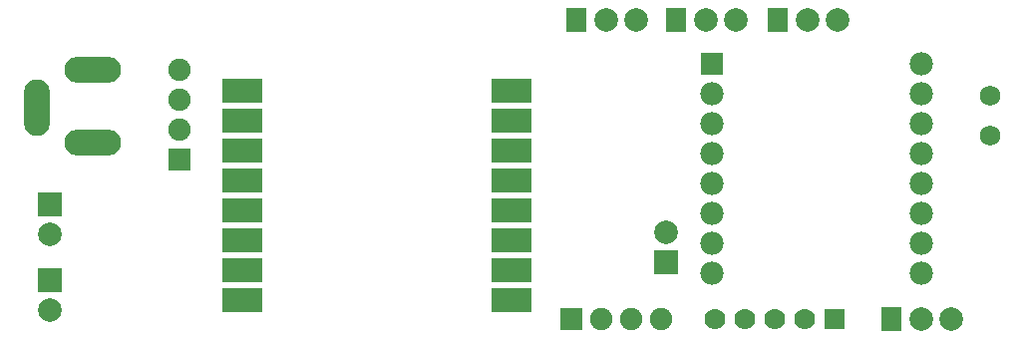
<source format=gbs>
G04*
G04 #@! TF.GenerationSoftware,Altium Limited,Altium Designer,21.7.2 (23)*
G04*
G04 Layer_Color=16711935*
%FSLAX25Y25*%
%MOIN*%
G70*
G04*
G04 #@! TF.SameCoordinates,6DFCDF27-08A9-4E5E-AB17-D276871F0FC1*
G04*
G04*
G04 #@! TF.FilePolarity,Negative*
G04*
G01*
G75*
%ADD18C,0.07887*%
%ADD19R,0.07887X0.07887*%
%ADD20R,0.07800X0.07800*%
%ADD21C,0.07800*%
%ADD22R,0.13760X0.08000*%
%ADD23R,0.07000X0.07887*%
%ADD24C,0.06800*%
%ADD25C,0.07000*%
%ADD26R,0.07000X0.07000*%
%ADD27C,0.07493*%
%ADD28R,0.07493X0.07493*%
%ADD29R,0.07493X0.07493*%
%ADD30O,0.18910X0.08674*%
%ADD31O,0.08674X0.18910*%
D18*
X239000Y51000D02*
D03*
X33000Y25000D02*
D03*
Y50500D02*
D03*
X219000Y122000D02*
D03*
X229000D02*
D03*
X252500D02*
D03*
X262500D02*
D03*
X286500D02*
D03*
X296500D02*
D03*
X324500Y22000D02*
D03*
X334500D02*
D03*
D19*
X239000Y41000D02*
D03*
X33000Y35000D02*
D03*
Y60500D02*
D03*
D20*
X254500Y107500D02*
D03*
D21*
Y97500D02*
D03*
Y87500D02*
D03*
Y77500D02*
D03*
Y67500D02*
D03*
Y57500D02*
D03*
Y47500D02*
D03*
Y37500D02*
D03*
X324500Y107500D02*
D03*
Y97500D02*
D03*
Y87500D02*
D03*
Y77500D02*
D03*
Y67500D02*
D03*
Y57500D02*
D03*
Y47500D02*
D03*
Y37500D02*
D03*
D22*
X187500Y28500D02*
D03*
Y48500D02*
D03*
Y38500D02*
D03*
Y58500D02*
D03*
Y68500D02*
D03*
X97500Y38500D02*
D03*
Y28500D02*
D03*
Y58500D02*
D03*
Y48500D02*
D03*
Y68500D02*
D03*
X187500Y88500D02*
D03*
Y78500D02*
D03*
Y98500D02*
D03*
X97500D02*
D03*
Y88500D02*
D03*
Y78500D02*
D03*
D23*
X209000Y122000D02*
D03*
X242500D02*
D03*
X276500D02*
D03*
X314500Y22000D02*
D03*
D24*
X347500Y96693D02*
D03*
Y83307D02*
D03*
D25*
X275500Y22000D02*
D03*
X285500D02*
D03*
X265500D02*
D03*
X255500D02*
D03*
D26*
X295500D02*
D03*
D27*
X76500Y85500D02*
D03*
Y95500D02*
D03*
Y105500D02*
D03*
X217500Y22000D02*
D03*
X227500D02*
D03*
X237500D02*
D03*
D28*
X76500Y75500D02*
D03*
D29*
X207500Y22000D02*
D03*
D30*
X47500Y105408D02*
D03*
Y81000D02*
D03*
D31*
X28995Y92810D02*
D03*
M02*

</source>
